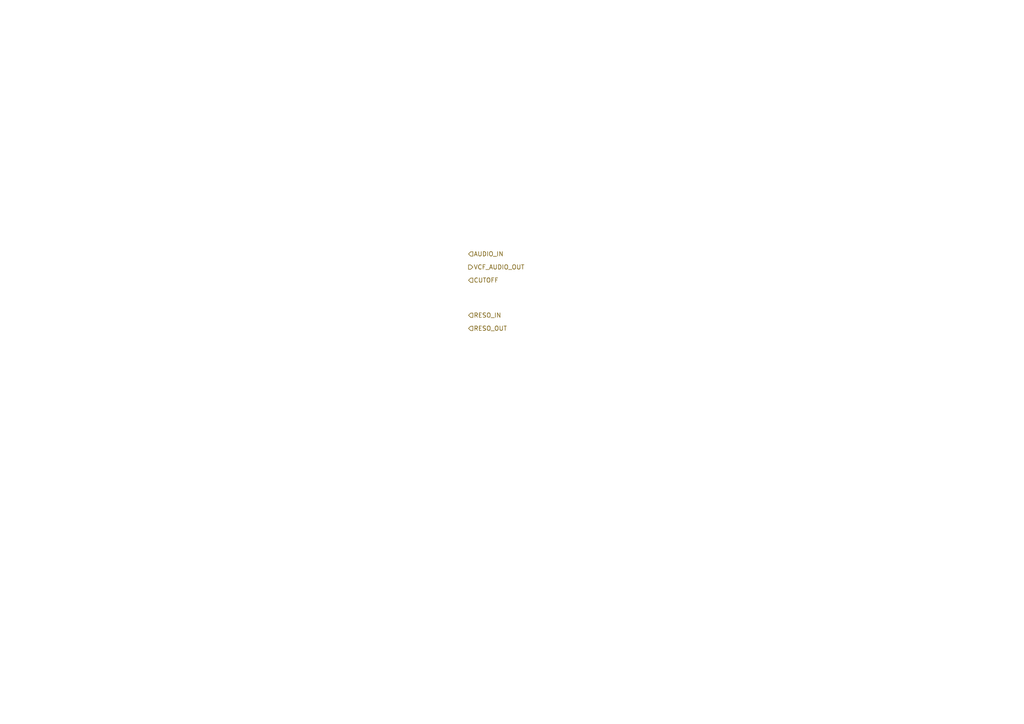
<source format=kicad_sch>
(kicad_sch (version 20230121) (generator eeschema)
  (paper "A4")
  (lib_symbols)
  (hierarchical_label "CUTOFF" (shape input) (at 135.89 81.28 0))
  (hierarchical_label "RESO_IN" (shape input) (at 135.89 91.44 0))
  (hierarchical_label "VCF_AUDIO_OUT" (shape output) (at 135.89 77.47 0))
  (hierarchical_label "RESO_OUT" (shape input) (at 135.89 95.25 0))
  (hierarchical_label "AUDIO_IN" (shape input) (at 135.89 73.66 0))
)
</source>
